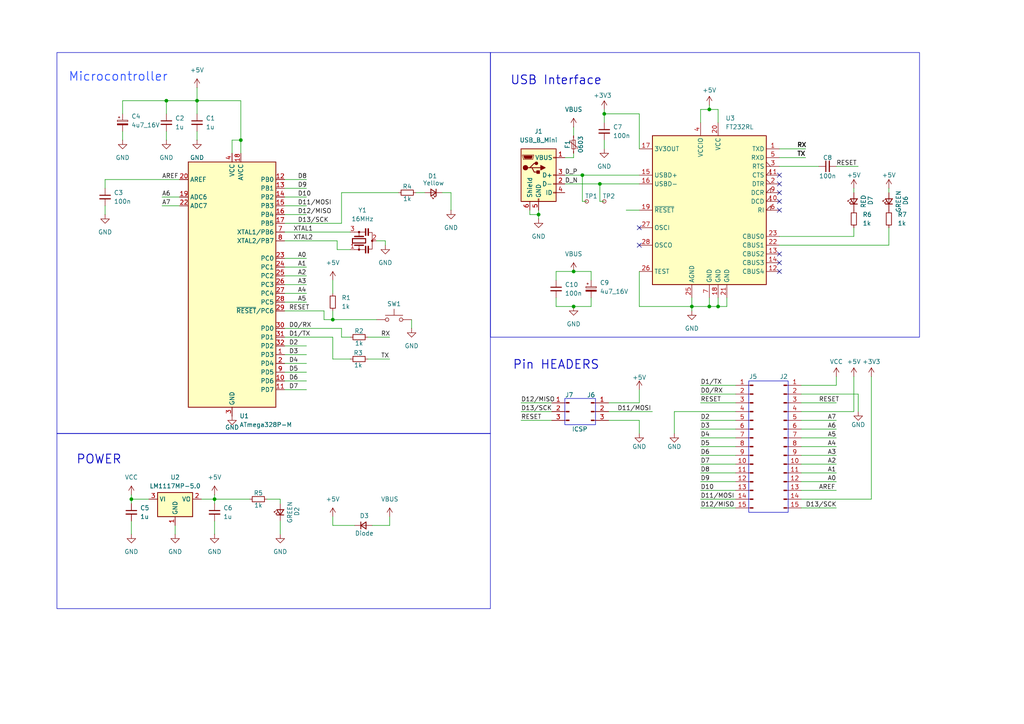
<source format=kicad_sch>
(kicad_sch (version 20250114) (generator "eeschema") (generator_version "9.0")
  (paper "A4")
  (title_block (title "Arduino Nano") (date "05/03/2025") (rev "A2") (company "SAID ARNOUZ"))
  (lib_symbols
    (symbol "Connector:Conn_01x03_Pin" (pin_names (offset 1.016) (hide yes))
      (property "Reference" "J" (at 0 5.08 0))
      (property "Value" "Conn_01x03_Pin" (at 0 -5.08 0))
      (symbol "Conn_01x03_Pin_1_1"
        (pin passive line (at 5.08 2.54 180) (length 3.81) (name "Pin_1") (number "1"))
        (pin passive line (at 5.08 0 180) (length 3.81) (name "Pin_2") (number "2"))
        (pin passive line (at 5.08 -2.54 180) (length 3.81) (name "Pin_3") (number "3"))
      )
    )
    (symbol "Connector:Conn_01x15_Pin" (pin_names (offset 1.016) (hide yes))
      (property "Reference" "J" (at 0 20.32 0))
      (property "Value" "Conn_01x15_Pin" (at 0 -20.32 0))
      (symbol "Conn_01x15_Pin_1_1"
        (pin passive line (at 5.08 17.78 180) (length 3.81) (name "Pin_1") (number "1"))
        (pin passive line (at 5.08 15.24 180) (length 3.81) (name "Pin_2") (number "2"))
        (pin passive line (at 5.08 12.7 180) (length 3.81) (name "Pin_3") (number "3"))
        (pin passive line (at 5.08 10.16 180) (length 3.81) (name "Pin_4") (number "4"))
        (pin passive line (at 5.08 7.62 180) (length 3.81) (name "Pin_5") (number "5"))
        (pin passive line (at 5.08 5.08 180) (length 3.81) (name "Pin_6") (number "6"))
        (pin passive line (at 5.08 2.54 180) (length 3.81) (name "Pin_7") (number "7"))
        (pin passive line (at 5.08 0 180) (length 3.81) (name "Pin_8") (number "8"))
        (pin passive line (at 5.08 -2.54 180) (length 3.81) (name "Pin_9") (number "9"))
        (pin passive line (at 5.08 -5.08 180) (length 3.81) (name "Pin_10") (number "10"))
        (pin passive line (at 5.08 -7.62 180) (length 3.81) (name "Pin_11") (number "11"))
        (pin passive line (at 5.08 -10.16 180) (length 3.81) (name "Pin_12") (number "12"))
        (pin passive line (at 5.08 -12.7 180) (length 3.81) (name "Pin_13") (number "13"))
        (pin passive line (at 5.08 -15.24 180) (length 3.81) (name "Pin_14") (number "14"))
        (pin passive line (at 5.08 -17.78 180) (length 3.81) (name "Pin_15") (number "15"))
      )
    )
    (symbol "Connector:TestPoint_Small" (pin_numbers (hide yes)) (pin_names (offset 0.762) (hide yes))
      (property "Reference" "TP" (at 0 3.81 0))
      (property "Value" "TestPoint_Small" (at 0 2.032 0))
      (symbol "TestPoint_Small_1_1"
        (pin passive line (at 0 0 90) (length 0) (name "1") (number "1"))
      )
    )
    (symbol "Connector:USB_B_Mini" (pin_names (offset 1.016))
      (property "Reference" "J" (at -5.08 11.43 0))
      (property "Value" "USB_B_Mini" (at -5.08 8.89 0))
      (symbol "USB_B_Mini_1_1"
        (pin passive line (at -2.54 -10.16 90) (length 2.54) (name "Shield") (number "6"))
        (pin power_out line (at 0 -10.16 90) (length 2.54) (name "GND") (number "5"))
        (pin power_out line (at 7.62 5.08 180) (length 2.54) (name "VBUS") (number "1"))
        (pin bidirectional line (at 7.62 0 180) (length 2.54) (name "D+") (number "3"))
        (pin bidirectional line (at 7.62 -2.54 180) (length 2.54) (name "D-") (number "2"))
        (pin passive line (at 7.62 -5.08 180) (length 2.54) (name "ID") (number "4"))
      )
    )
    (symbol "Device:C_Polarized_Small" (pin_numbers (hide yes)) (pin_names (offset 0.254) (hide yes))
      (property "Reference" "C" (at 0.254 1.778 0))
      (property "Value" "C_Polarized_Small" (at 0.254 -2.032 0))
      (symbol "C_Polarized_Small_1_1"
        (pin passive line (at 0 2.54 270) (length 1.8542) (name "~") (number "1"))
        (pin passive line (at 0 -2.54 90) (length 1.8542) (name "~") (number "2"))
      )
    )
    (symbol "Device:C_Small" (pin_numbers (hide yes)) (pin_names (offset 0.254) (hide yes))
      (property "Reference" "C" (at 0.254 1.778 0))
      (property "Value" "C_Small" (at 0.254 -2.032 0))
      (symbol "C_Small_1_1"
        (pin passive line (at 0 2.54 270) (length 2.032) (name "~") (number "1"))
        (pin passive line (at 0 -2.54 90) (length 2.032) (name "~") (number "2"))
      )
    )
    (symbol "Device:D_Small" (pin_numbers (hide yes)) (pin_names (offset 0.254) (hide yes))
      (property "Reference" "D" (at -1.27 2.032 0))
      (property "Value" "D_Small" (at -3.81 -2.032 0))
      (symbol "D_Small_1_1"
        (pin passive line (at -2.54 0 0) (length 1.778) (name "K") (number "1"))
        (pin passive line (at 2.54 0 180) (length 1.778) (name "A") (number "2"))
      )
    )
    (symbol "Device:LED_Small" (pin_numbers (hide yes)) (pin_names (offset 0.254) (hide yes))
      (property "Reference" "D" (at -1.27 3.175 0))
      (property "Value" "LED_Small" (at -4.445 -2.54 0))
      (symbol "LED_Small_1_1"
        (pin passive line (at -2.54 0 0) (length 1.778) (name "K") (number "1"))
        (pin passive line (at 2.54 0 180) (length 1.778) (name "A") (number "2"))
      )
    )
    (symbol "Device:Polyfuse_Small" (pin_numbers (hide yes)) (pin_names (offset 0))
      (property "Reference" "F" (at -1.905 0 90))
      (property "Value" "Polyfuse_Small" (at 1.905 0 90))
      (symbol "Polyfuse_Small_1_1"
        (pin passive line (at 0 2.54 270) (length 0.635) (name "~") (number "1"))
        (pin passive line (at 0 -2.54 90) (length 0.635) (name "~") (number "2"))
      )
    )
    (symbol "Device:R_Small" (pin_numbers (hide yes)) (pin_names (offset 0.254) (hide yes))
      (property "Reference" "R" (at 0.762 0.508 0))
      (property "Value" "R_Small" (at 0.762 -1.016 0))
      (symbol "R_Small_1_1"
        (pin passive line (at 0 2.54 270) (length 0.762) (name "~") (number "1"))
        (pin passive line (at 0 -2.54 90) (length 0.762) (name "~") (number "2"))
      )
    )
    (symbol "Device:Resonator_Small" (pin_names (offset 1.016) (hide yes))
      (property "Reference" "Y" (at 3.175 1.905 0))
      (property "Value" "Resonator_Small" (at 3.175 0 0))
      (symbol "Resonator_Small_1_1"
        (pin passive line (at -2.54 2.54 270) (length 1.27) (name "1") (number "1"))
        (pin passive line (at 0 -5.08 90) (length 1.27) (name "2") (number "2"))
        (pin passive line (at 2.54 2.54 270) (length 1.27) (name "3") (number "3"))
      )
    )
    (symbol "Interface_USB:FT232RL"
      (property "Reference" "U" (at -16.51 22.86 0))
      (property "Value" "FT232RL" (at 10.16 22.86 0))
      (symbol "FT232RL_1_1"
        (pin power_out line (at -20.32 17.78 0) (length 3.81) (name "3V3OUT") (number "17"))
        (pin bidirectional line (at -20.32 10.16 0) (length 3.81) (name "USBD+") (number "15"))
        (pin bidirectional line (at -20.32 7.62 0) (length 3.81) (name "USBD-") (number "16"))
        (pin input line (at -20.32 0 0) (length 3.81) (name "~{RESET}") (number "19"))
        (pin input line (at -20.32 -5.08 0) (length 3.81) (name "OSCI") (number "27"))
        (pin output line (at -20.32 -10.16 0) (length 3.81) (name "OSCO") (number "28"))
        (pin input line (at -20.32 -17.78 0) (length 3.81) (name "TEST") (number "26"))
        (pin power_in line (at -5.08 -25.4 90) (length 3.81) (name "AGND") (number "25"))
        (pin power_in line (at -2.54 25.4 270) (length 3.81) (name "VCCIO") (number "4"))
        (pin power_in line (at 0 -25.4 90) (length 3.81) (name "GND") (number "7"))
        (pin power_in line (at 2.54 25.4 270) (length 3.81) (name "VCC") (number "20"))
        (pin power_in line (at 2.54 -25.4 90) (length 3.81) (name "GND") (number "18"))
        (pin power_in line (at 5.08 -25.4 90) (length 3.81) (name "GND") (number "21"))
        (pin output line (at 20.32 17.78 180) (length 3.81) (name "TXD") (number "1"))
        (pin input line (at 20.32 15.24 180) (length 3.81) (name "RXD") (number "5"))
        (pin output output_low (at 20.32 12.7 180) (length 3.81) (name "RTS") (number "3"))
        (pin input input_low (at 20.32 10.16 180) (length 3.81) (name "CTS") (number "11"))
        (pin output output_low (at 20.32 7.62 180) (length 3.81) (name "DTR") (number "2"))
        (pin input input_low (at 20.32 5.08 180) (length 3.81) (name "DCR") (number "9"))
        (pin input input_low (at 20.32 2.54 180) (length 3.81) (name "DCD") (number "10"))
        (pin input input_low (at 20.32 0 180) (length 3.81) (name "RI") (number "6"))
        (pin bidirectional line (at 20.32 -7.62 180) (length 3.81) (name "CBUS0") (number "23"))
        (pin bidirectional line (at 20.32 -10.16 180) (length 3.81) (name "CBUS1") (number "22"))
        (pin bidirectional line (at 20.32 -12.7 180) (length 3.81) (name "CBUS2") (number "13"))
        (pin bidirectional line (at 20.32 -15.24 180) (length 3.81) (name "CBUS3") (number "14"))
        (pin bidirectional line (at 20.32 -17.78 180) (length 3.81) (name "CBUS4") (number "12"))
      )
    )
    (symbol "MCU_Microchip_ATmega:ATmega328P-M"
      (property "Reference" "U" (at -12.7 36.83 0))
      (property "Value" "ATmega328P-M" (at 2.54 -36.83 0))
      (symbol "ATmega328P-M_1_1"
        (pin passive line (at -15.24 30.48 0) (length 2.54) (name "AREF") (number "20"))
        (pin input line (at -15.24 25.4 0) (length 2.54) (name "ADC6") (number "19"))
        (pin input line (at -15.24 22.86 0) (length 2.54) (name "ADC7") (number "22"))
        (pin power_in line (at 0 38.1 270) (length 2.54) (name "VCC") (number "4"))
        (pin passive line (at 0 38.1 270) (length 2.54) (hide yes) (name "VCC") (number "6"))
        (pin passive line (at 0 -38.1 90) (length 2.54) (hide yes) (name "GND") (number "21"))
        (pin power_in line (at 0 -38.1 90) (length 2.54) (name "GND") (number "3"))
        (pin passive line (at 0 -38.1 90) (length 2.54) (hide yes) (name "GND") (number "33"))
        (pin passive line (at 0 -38.1 90) (length 2.54) (hide yes) (name "GND") (number "5"))
        (pin power_in line (at 2.54 38.1 270) (length 2.54) (name "AVCC") (number "18"))
        (pin bidirectional line (at 15.24 30.48 180) (length 2.54) (name "PB0") (number "12"))
        (pin bidirectional line (at 15.24 27.94 180) (length 2.54) (name "PB1") (number "13"))
        (pin bidirectional line (at 15.24 25.4 180) (length 2.54) (name "PB2") (number "14"))
        (pin bidirectional line (at 15.24 22.86 180) (length 2.54) (name "PB3") (number "15"))
        (pin bidirectional line (at 15.24 20.32 180) (length 2.54) (name "PB4") (number "16"))
        (pin bidirectional line (at 15.24 17.78 180) (length 2.54) (name "PB5") (number "17"))
        (pin bidirectional line (at 15.24 15.24 180) (length 2.54) (name "XTAL1/PB6") (number "7"))
        (pin bidirectional line (at 15.24 12.7 180) (length 2.54) (name "XTAL2/PB7") (number "8"))
        (pin bidirectional line (at 15.24 7.62 180) (length 2.54) (name "PC0") (number "23"))
        (pin bidirectional line (at 15.24 5.08 180) (length 2.54) (name "PC1") (number "24"))
        (pin bidirectional line (at 15.24 2.54 180) (length 2.54) (name "PC2") (number "25"))
        (pin bidirectional line (at 15.24 0 180) (length 2.54) (name "PC3") (number "26"))
        (pin bidirectional line (at 15.24 -2.54 180) (length 2.54) (name "PC4") (number "27"))
        (pin bidirectional line (at 15.24 -5.08 180) (length 2.54) (name "PC5") (number "28"))
        (pin bidirectional line (at 15.24 -7.62 180) (length 2.54) (name "~{RESET}/PC6") (number "29"))
        (pin bidirectional line (at 15.24 -12.7 180) (length 2.54) (name "PD0") (number "30"))
        (pin bidirectional line (at 15.24 -15.24 180) (length 2.54) (name "PD1") (number "31"))
        (pin bidirectional line (at 15.24 -17.78 180) (length 2.54) (name "PD2") (number "32"))
        (pin bidirectional line (at 15.24 -20.32 180) (length 2.54) (name "PD3") (number "1"))
        (pin bidirectional line (at 15.24 -22.86 180) (length 2.54) (name "PD4") (number "2"))
        (pin bidirectional line (at 15.24 -25.4 180) (length 2.54) (name "PD5") (number "9"))
        (pin bidirectional line (at 15.24 -27.94 180) (length 2.54) (name "PD6") (number "10"))
        (pin bidirectional line (at 15.24 -30.48 180) (length 2.54) (name "PD7") (number "11"))
      )
    )
    (symbol "Regulator_Linear:LM1117MP-5.0"
      (property "Reference" "U" (at -3.81 3.175 0))
      (property "Value" "LM1117MP-5.0" (at 0 3.175 0))
      (symbol "LM1117MP-5.0_1_1"
        (pin power_in line (at -7.62 0 0) (length 2.54) (name "VI") (number "3"))
        (pin power_in line (at 0 -7.62 90) (length 2.54) (name "GND") (number "1"))
        (pin power_out line (at 7.62 0 180) (length 2.54) (name "VO") (number "2"))
      )
    )
    (symbol "Switch:SW_Push" (pin_numbers (hide yes)) (pin_names (offset 1.016) (hide yes))
      (property "Reference" "SW" (at 1.27 2.54 0))
      (property "Value" "SW_Push" (at 0 -1.524 0))
      (symbol "SW_Push_0_1"
        (pin passive line (at -5.08 0 0) (length 2.54) (name "1") (number "1"))
        (pin passive line (at 5.08 0 180) (length 2.54) (name "2") (number "2"))
      )
    )
    (symbol "power:+3V3" (power) (pin_numbers (hide yes)) (pin_names (offset 0) (hide yes))
      (property "Value" "+3V3" (at 0 3.556 0))
      (symbol "+3V3_1_1"
        (pin power_in line (at 0 0 90) (length 0) (name "~") (number "1"))
      )
    )
    (symbol "power:+5V" (power) (pin_numbers (hide yes)) (pin_names (offset 0) (hide yes))
      (property "Value" "+5V" (at 0 3.556 0))
      (symbol "+5V_1_1"
        (pin power_in line (at 0 0 90) (length 0) (name "~") (number "1"))
      )
    )
    (symbol "power:GND" (power) (pin_numbers (hide yes)) (pin_names (offset 0) (hide yes))
      (property "Value" "GND" (at 0 -3.81 0))
      (symbol "GND_1_1"
        (pin power_in line (at 0 0 270) (length 0) (name "~") (number "1"))
      )
    )
    (symbol "power:VBUS" (power) (pin_numbers (hide yes)) (pin_names (offset 0) (hide yes))
      (property "Value" "VBUS" (at 0 3.556 0))
      (symbol "VBUS_1_1"
        (pin power_in line (at 0 0 90) (length 0) (name "~") (number "1"))
      )
    )
    (symbol "power:VCC" (power) (pin_numbers (hide yes)) (pin_names (offset 0) (hide yes))
      (property "Value" "VCC" (at 0 3.556 0))
      (symbol "VCC_1_1"
        (pin power_in line (at 0 0 90) (length 0) (name "~") (number "1"))
      )
    )
  )
  (rectangle (start 16.51 15.24) (end 142.24 125.73))
  (rectangle (start 16.51 125.73) (end 142.24 176.53))
  (text "Microcontroller" (at 34.29 22.352 0) (effects (font (size 2.54 2.54) (thickness 0.254) (bold yes))))
  (text "USB Interface" (at 161.29 23.368 0) (effects (font (size 2.54 2.54) (thickness 0.254) (bold yes))))
  (text "Pin HEADERS\n\n" (at 161.29 107.95 0) (effects (font (size 2.54 2.54) (thickness 0.254) (bold yes))))
  (text "POWER\n" (at 28.702 133.35 0) (effects (font (size 2.54 2.54) (thickness 0.254) (bold yes))))
  (text_box "" (at 217.17 110.49 0) (size 11.43 38.1) (margins 0.9525 0.9525 0.9525 0.9525) (effects (font (size 1.27 1.27) (thickness 0.254) (bold yes)) (justify left top)))
  (text_box "" (at 163.83 115.57 0) (size 8.89 7.62) (margins 0.9525 0.9525 0.9525 0.9525) (effects (font (size 1.27 1.27) (thickness 0.254) (bold yes)) (justify left top)))
  (text_box "" (at 142.24 15.24 0) (size 124.46 82.55) (margins 0.9525 0.9525 0.9525 0.9525) (effects (font (size 1.27 1.27) (thickness 0.254) (bold yes)) (justify left top)))
  (junction (at 200.66 88.9))
  (junction (at 208.28 88.9))
  (junction (at 38.1 144.78))
  (junction (at 205.74 88.9))
  (junction (at 175.26 33.02))
  (junction (at 168.91 50.8))
  (junction (at 156.21 62.23))
  (junction (at 166.37 78.74))
  (junction (at 173.99 53.34))
  (junction (at 48.26 29.21))
  (junction (at 205.74 31.75))
  (junction (at 62.23 144.78))
  (junction (at 96.52 92.71))
  (junction (at 69.85 40.64))
  (junction (at 166.37 88.9))
  (junction (at 57.15 29.21))
  (no_connect (at 226.06 60.96))
  (no_connect (at 226.06 73.66))
  (no_connect (at 226.06 76.2))
  (no_connect (at 185.42 71.12))
  (no_connect (at 226.06 58.42))
  (no_connect (at 226.06 53.34))
  (no_connect (at 185.42 66.04))
  (no_connect (at 226.06 55.88))
  (no_connect (at 226.06 78.74))
  (no_connect (at 226.06 50.8))
  (wire (pts (xy 203.2 134.62) (xy 213.36 134.62)))
  (wire (pts (xy 185.42 88.9) (xy 200.66 88.9)))
  (wire (pts (xy 195.58 119.38) (xy 213.36 119.38)))
  (wire (pts (xy 257.81 54.61) (xy 257.81 55.88)))
  (wire (pts (xy 257.81 71.12) (xy 257.81 66.04)))
  (wire (pts (xy 185.42 78.74) (xy 185.42 88.9)))
  (wire (pts (xy 203.2 137.16) (xy 213.36 137.16)))
  (wire (pts (xy 203.2 124.46) (xy 213.36 124.46)))
  (wire (pts (xy 226.06 71.12) (xy 257.81 71.12)))
  (wire (pts (xy 203.2 147.32) (xy 213.36 147.32)))
  (wire (pts (xy 226.06 43.18) (xy 233.68 43.18)))
  (wire (pts (xy 203.2 132.08) (xy 213.36 132.08)))
  (wire (pts (xy 48.26 29.21) (xy 48.26 33.02)))
  (wire (pts (xy 82.55 87.63) (xy 88.9 87.63)))
  (wire (pts (xy 200.66 88.9) (xy 205.74 88.9)))
  (wire (pts (xy 96.52 104.14) (xy 101.6 104.14)))
  (wire (pts (xy 111.76 71.12) (xy 111.76 69.85)))
  (wire (pts (xy 232.41 127) (xy 242.57 127)))
  (wire (pts (xy 208.28 86.36) (xy 208.28 88.9)))
  (wire (pts (xy 130.81 55.88) (xy 128.27 55.88)))
  (wire (pts (xy 96.52 92.71) (xy 109.22 92.71)))
  (wire (pts (xy 93.98 90.17) (xy 93.98 92.71)))
  (wire (pts (xy 82.55 85.09) (xy 88.9 85.09)))
  (wire (pts (xy 163.83 53.34) (xy 173.99 53.34)))
  (wire (pts (xy 203.2 127) (xy 213.36 127)))
  (wire (pts (xy 210.82 88.9) (xy 208.28 88.9)))
  (wire (pts (xy 96.52 152.4) (xy 96.52 149.86)))
  (wire (pts (xy 232.41 119.38) (xy 247.65 119.38)))
  (wire (pts (xy 175.26 58.42) (xy 173.99 58.42)))
  (wire (pts (xy 247.65 54.61) (xy 247.65 55.88)))
  (wire (pts (xy 96.52 81.28) (xy 96.52 85.09)))
  (wire (pts (xy 203.2 129.54) (xy 213.36 129.54)))
  (wire (pts (xy 99.06 55.88) (xy 115.57 55.88)))
  (wire (pts (xy 82.55 107.95) (xy 88.9 107.95)))
  (wire (pts (xy 82.55 100.33) (xy 88.9 100.33)))
  (wire (pts (xy 168.91 58.42) (xy 168.91 50.8)))
  (wire (pts (xy 252.73 109.22) (xy 252.73 144.78)))
  (wire (pts (xy 69.85 29.21) (xy 69.85 40.64)))
  (wire (pts (xy 173.99 58.42) (xy 173.99 53.34)))
  (wire (pts (xy 171.45 78.74) (xy 171.45 81.28)))
  (wire (pts (xy 96.52 90.17) (xy 96.52 92.71)))
  (wire (pts (xy 181.61 60.96) (xy 185.42 60.96)))
  (wire (pts (xy 130.81 55.88) (xy 130.81 60.96)))
  (wire (pts (xy 153.67 60.96) (xy 153.67 62.23)))
  (wire (pts (xy 46.99 59.69) (xy 52.07 59.69)))
  (wire (pts (xy 175.26 31.75) (xy 175.26 33.02)))
  (wire (pts (xy 200.66 88.9) (xy 200.66 90.17)))
  (wire (pts (xy 171.45 86.36) (xy 171.45 88.9)))
  (wire (pts (xy 232.41 139.7) (xy 242.57 139.7)))
  (wire (pts (xy 107.95 152.4) (xy 113.03 152.4)))
  (wire (pts (xy 82.55 64.77) (xy 99.06 64.77)))
  (wire (pts (xy 82.55 82.55) (xy 88.9 82.55)))
  (wire (pts (xy 210.82 86.36) (xy 210.82 88.9)))
  (wire (pts (xy 205.74 30.48) (xy 205.74 31.75)))
  (wire (pts (xy 82.55 62.23) (xy 88.9 62.23)))
  (wire (pts (xy 242.57 48.26) (xy 248.92 48.26)))
  (wire (pts (xy 232.41 142.24) (xy 242.57 142.24)))
  (wire (pts (xy 99.06 97.79) (xy 101.6 97.79)))
  (wire (pts (xy 97.79 72.39) (xy 101.6 72.39)))
  (wire (pts (xy 195.58 119.38) (xy 195.58 125.73)))
  (wire (pts (xy 82.55 80.01) (xy 88.9 80.01)))
  (wire (pts (xy 205.74 88.9) (xy 208.28 88.9)))
  (wire (pts (xy 106.68 97.79) (xy 113.03 97.79)))
  (wire (pts (xy 185.42 33.02) (xy 185.42 43.18)))
  (wire (pts (xy 99.06 64.77) (xy 99.06 55.88)))
  (wire (pts (xy 203.2 144.78) (xy 213.36 144.78)))
  (wire (pts (xy 93.98 92.71) (xy 96.52 92.71)))
  (wire (pts (xy 48.26 38.1) (xy 48.26 40.64)))
  (wire (pts (xy 166.37 88.9) (xy 161.29 88.9)))
  (wire (pts (xy 67.31 40.64) (xy 67.31 44.45)))
  (wire (pts (xy 48.26 29.21) (xy 57.15 29.21)))
  (wire (pts (xy 81.28 151.13) (xy 81.28 154.94)))
  (wire (pts (xy 30.48 52.07) (xy 52.07 52.07)))
  (wire (pts (xy 232.41 116.84) (xy 242.57 116.84)))
  (wire (pts (xy 185.42 121.92) (xy 185.42 125.73)))
  (wire (pts (xy 35.56 38.1) (xy 35.56 40.64)))
  (wire (pts (xy 35.56 33.02) (xy 35.56 29.21)))
  (wire (pts (xy 119.38 92.71) (xy 119.38 95.25)))
  (wire (pts (xy 232.41 147.32) (xy 242.57 147.32)))
  (wire (pts (xy 200.66 86.36) (xy 200.66 88.9)))
  (wire (pts (xy 106.68 104.14) (xy 113.03 104.14)))
  (wire (pts (xy 69.85 44.45) (xy 69.85 40.64)))
  (wire (pts (xy 57.15 29.21) (xy 57.15 33.02)))
  (wire (pts (xy 30.48 59.69) (xy 30.48 62.23)))
  (wire (pts (xy 161.29 88.9) (xy 161.29 86.36)))
  (wire (pts (xy 82.55 105.41) (xy 88.9 105.41)))
  (wire (pts (xy 62.23 144.78) (xy 72.39 144.78)))
  (wire (pts (xy 57.15 38.1) (xy 57.15 40.64)))
  (wire (pts (xy 151.13 121.92) (xy 160.02 121.92)))
  (wire (pts (xy 203.2 142.24) (xy 213.36 142.24)))
  (wire (pts (xy 161.29 81.28) (xy 161.29 78.74)))
  (wire (pts (xy 62.23 143.51) (xy 62.23 144.78)))
  (wire (pts (xy 232.41 121.92) (xy 242.57 121.92)))
  (wire (pts (xy 232.41 134.62) (xy 242.57 134.62)))
  (wire (pts (xy 203.2 121.92) (xy 213.36 121.92)))
  (wire (pts (xy 226.06 48.26) (xy 237.49 48.26)))
  (wire (pts (xy 171.45 78.74) (xy 166.37 78.74)))
  (wire (pts (xy 69.85 40.64) (xy 67.31 40.64)))
  (wire (pts (xy 62.23 144.78) (xy 62.23 146.05)))
  (wire (pts (xy 82.55 90.17) (xy 93.98 90.17)))
  (wire (pts (xy 82.55 59.69) (xy 88.9 59.69)))
  (wire (pts (xy 203.2 35.56) (xy 203.2 31.75)))
  (wire (pts (xy 109.22 69.85) (xy 111.76 69.85)))
  (wire (pts (xy 203.2 116.84) (xy 213.36 116.84)))
  (wire (pts (xy 232.41 144.78) (xy 252.73 144.78)))
  (wire (pts (xy 82.55 67.31) (xy 101.6 67.31)))
  (wire (pts (xy 175.26 33.02) (xy 175.26 35.56)))
  (wire (pts (xy 205.74 31.75) (xy 208.28 31.75)))
  (wire (pts (xy 232.41 137.16) (xy 242.57 137.16)))
  (wire (pts (xy 163.83 45.72) (xy 166.37 45.72)))
  (wire (pts (xy 205.74 86.36) (xy 205.74 88.9)))
  (wire (pts (xy 82.55 113.03) (xy 88.9 113.03)))
  (wire (pts (xy 43.18 144.78) (xy 38.1 144.78)))
  (wire (pts (xy 163.83 50.8) (xy 168.91 50.8)))
  (wire (pts (xy 82.55 54.61) (xy 88.9 54.61)))
  (wire (pts (xy 232.41 124.46) (xy 242.57 124.46)))
  (wire (pts (xy 203.2 111.76) (xy 213.36 111.76)))
  (wire (pts (xy 176.53 116.84) (xy 185.42 116.84)))
  (wire (pts (xy 38.1 151.13) (xy 38.1 154.94)))
  (wire (pts (xy 232.41 111.76) (xy 242.57 111.76)))
  (wire (pts (xy 203.2 114.3) (xy 213.36 114.3)))
  (wire (pts (xy 203.2 31.75) (xy 205.74 31.75)))
  (wire (pts (xy 35.56 29.21) (xy 48.26 29.21)))
  (wire (pts (xy 77.47 144.78) (xy 81.28 144.78)))
  (wire (pts (xy 166.37 45.72) (xy 166.37 44.45)))
  (wire (pts (xy 46.99 57.15) (xy 52.07 57.15)))
  (wire (pts (xy 168.91 50.8) (xy 185.42 50.8)))
  (wire (pts (xy 166.37 78.74) (xy 161.29 78.74)))
  (wire (pts (xy 50.8 152.4) (xy 50.8 154.94)))
  (wire (pts (xy 81.28 144.78) (xy 81.28 146.05)))
  (wire (pts (xy 99.06 95.25) (xy 99.06 97.79)))
  (wire (pts (xy 232.41 132.08) (xy 242.57 132.08)))
  (wire (pts (xy 102.87 152.4) (xy 96.52 152.4)))
  (wire (pts (xy 247.65 68.58) (xy 226.06 68.58)))
  (wire (pts (xy 82.55 110.49) (xy 88.9 110.49)))
  (wire (pts (xy 57.15 25.4) (xy 57.15 29.21)))
  (wire (pts (xy 156.21 60.96) (xy 156.21 62.23)))
  (wire (pts (xy 82.55 97.79) (xy 96.52 97.79)))
  (wire (pts (xy 151.13 119.38) (xy 160.02 119.38)))
  (wire (pts (xy 82.55 74.93) (xy 88.9 74.93)))
  (wire (pts (xy 171.45 88.9) (xy 166.37 88.9)))
  (wire (pts (xy 247.65 109.22) (xy 247.65 119.38)))
  (wire (pts (xy 175.26 40.64) (xy 175.26 43.18)))
  (wire (pts (xy 176.53 121.92) (xy 185.42 121.92)))
  (wire (pts (xy 242.57 109.22) (xy 242.57 111.76)))
  (wire (pts (xy 175.26 33.02) (xy 185.42 33.02)))
  (wire (pts (xy 248.92 114.3) (xy 248.92 119.38)))
  (wire (pts (xy 58.42 144.78) (xy 62.23 144.78)))
  (wire (pts (xy 203.2 139.7) (xy 213.36 139.7)))
  (wire (pts (xy 82.55 57.15) (xy 88.9 57.15)))
  (wire (pts (xy 176.53 119.38) (xy 189.23 119.38)))
  (wire (pts (xy 96.52 97.79) (xy 96.52 104.14)))
  (wire (pts (xy 57.15 29.21) (xy 69.85 29.21)))
  (wire (pts (xy 120.65 55.88) (xy 123.19 55.88)))
  (wire (pts (xy 156.21 62.23) (xy 156.21 63.5)))
  (wire (pts (xy 185.42 113.03) (xy 185.42 116.84)))
  (wire (pts (xy 170.18 58.42) (xy 168.91 58.42)))
  (wire (pts (xy 113.03 149.86) (xy 113.03 152.4)))
  (wire (pts (xy 30.48 52.07) (xy 30.48 54.61)))
  (wire (pts (xy 82.55 95.25) (xy 99.06 95.25)))
  (wire (pts (xy 173.99 53.34) (xy 185.42 53.34)))
  (wire (pts (xy 208.28 31.75) (xy 208.28 35.56)))
  (wire (pts (xy 38.1 143.51) (xy 38.1 144.78)))
  (wire (pts (xy 82.55 102.87) (xy 88.9 102.87)))
  (wire (pts (xy 151.13 116.84) (xy 160.02 116.84)))
  (wire (pts (xy 82.55 69.85) (xy 97.79 69.85)))
  (wire (pts (xy 82.55 77.47) (xy 88.9 77.47)))
  (wire (pts (xy 82.55 52.07) (xy 88.9 52.07)))
  (wire (pts (xy 38.1 144.78) (xy 38.1 146.05)))
  (wire (pts (xy 226.06 45.72) (xy 233.68 45.72)))
  (wire (pts (xy 62.23 151.13) (xy 62.23 154.94)))
  (wire (pts (xy 247.65 66.04) (xy 247.65 68.58)))
  (wire (pts (xy 97.79 69.85) (xy 97.79 72.39)))
  (wire (pts (xy 153.67 62.23) (xy 156.21 62.23)))
  (wire (pts (xy 248.92 114.3) (xy 232.41 114.3)))
  (wire (pts (xy 232.41 129.54) (xy 242.57 129.54)))
  (wire (pts (xy 166.37 36.83) (xy 166.37 39.37)))
  (label "D4" (at 83.82 105.41 0))
  (label "D0{slash}RX" (at 83.82 95.25 0))
  (label "D2" (at 203.2 121.92 0))
  (label "A0" (at 86.36 74.93 0))
  (label "XTAL1" (at 85.09 67.31 0))
  (label "A4" (at 240.03 129.54 0))
  (label "D7" (at 83.82 113.03 0))
  (label "A5" (at 86.36 87.63 0))
  (label "RESET" (at 237.49 116.84 0))
  (label "A6" (at 46.99 57.15 0))
  (label "A7" (at 46.99 59.69 0))
  (label "D0{slash}RX" (at 203.2 114.3 0))
  (label "A5" (at 240.03 127 0))
  (label "D9" (at 86.36 54.61 0))
  (label "D12{slash}MISO" (at 151.13 116.84 0))
  (label "A7" (at 240.03 121.92 0))
  (label "D13{slash}SCK" (at 233.68 147.32 0))
  (label "D6" (at 203.2 132.08 0))
  (label "D6" (at 83.82 110.49 0))
  (label "D_N" (at 163.83 53.34 0) (effects (font (thickness 0.1588))))
  (label "D11{slash}MOSI" (at 86.36 59.69 0))
  (label "A3" (at 240.03 132.08 0))
  (label "D8" (at 203.2 137.16 0))
  (label "D2" (at 83.82 100.33 0))
  (label "A4" (at 86.36 85.09 0))
  (label "D_P" (at 163.83 50.8 0) (effects (font (thickness 0.1588))))
  (label "D10" (at 86.36 57.15 0))
  (label "D4" (at 203.2 127 0))
  (label "RESET" (at 242.57 48.26 0))
  (label "A2" (at 240.03 134.62 0))
  (label "D12{slash}MISO" (at 86.36 62.23 0))
  (label "A1" (at 86.36 77.47 0))
  (label "D1{slash}TX" (at 203.2 111.76 0))
  (label "RESET" (at 151.13 121.92 0))
  (label "D11{slash}MOSI" (at 203.2 144.78 0))
  (label "A3" (at 86.36 82.55 0))
  (label "D13{slash}SCK" (at 151.13 119.38 0))
  (label "RESET" (at 203.2 116.84 0))
  (label "D3" (at 203.2 124.46 0))
  (label "D11{slash}MOSI" (at 179.07 119.38 0))
  (label "A2" (at 86.36 80.01 0))
  (label "D5" (at 83.82 107.95 0))
  (label "TX" (at 110.49 104.14 0))
  (label "AREF" (at 237.49 142.24 0))
  (label "A6" (at 240.03 124.46 0))
  (label "RESET" (at 83.82 90.17 0))
  (label "XTAL2" (at 85.09 69.85 0))
  (label "RX" (at 110.49 97.79 0))
  (label "D9" (at 203.2 139.7 0))
  (label "A1" (at 240.03 137.16 0))
  (label "A0" (at 240.03 139.7 0))
  (label "AREF" (at 46.99 52.07 0))
  (label "D7" (at 203.2 134.62 0))
  (label "D5" (at 203.2 129.54 0))
  (label "D3" (at 83.82 102.87 0))
  (label "TX" (at 231.14 45.72 0) (effects (font (thickness 0.254) (bold yes))))
  (label "D13{slash}SCK" (at 86.36 64.77 0))
  (label "D12{slash}MISO" (at 203.2 147.32 0))
  (label "D1{slash}TX" (at 83.82 97.79 0))
  (label "D8" (at 86.36 52.07 0))
  (label "D10" (at 203.2 142.24 0))
  (label "RX" (at 231.14 43.18 0) (effects (font (thickness 0.254) (bold yes))))
  (symbol (lib_id "Device:Polyfuse_Small") (at 166.37 41.91 180) (unit 1)
    (property "Reference" "F1" (at 164.592 41.91 90))
    (property "Value" "0603" (at 168.402 41.91 90))
    (property "Footprint" "Diode_SMD:D_0805_2012Metric" (effects (hide yes)))
    (property "Description" "Resettable fuse, polymeric positive temperature coefficient, small symbol" (effects (hide yes)))
  )
  (symbol (lib_id "power:GND") (at 67.31 120.65 0) (unit 1)
    (property "Reference" "#PWR035" (effects (hide yes)))
    (property "Value" "GND" (at 67.31 123.952 0))
    (property "Description" "Power symbol creates a global label with name \"GND\" , ground" (effects (hide yes)))
  )
  (symbol (lib_id "Device:C_Small") (at 161.29 83.82 0) (unit 1)
    (property "Reference" "C10" (at 163.83 82.5562 0) (effects (justify left)))
    (property "Value" "100n" (at 163.83 85.0962 0) (effects (justify left)))
    (property "Footprint" "Capacitor_SMD:C_0603_1608Metric" (effects (hide yes)))
    (property "Description" "Unpolarized capacitor, small symbol" (effects (hide yes)))
  )
  (symbol (lib_id "Device:R_Small") (at 257.81 63.5 0) (unit 1)
    (property "Reference" "R7" (at 260.35 62.2299 0) (effects (justify left)))
    (property "Value" "1k" (at 260.35 64.7699 0) (effects (justify left)))
    (property "Footprint" "Diode_SMD:D_0603_1608Metric" (effects (hide yes)))
    (property "Description" "Resistor, small symbol" (effects (hide yes)))
  )
  (symbol (lib_id "power:GND") (at 175.26 43.18 0) (unit 1)
    (property "Reference" "#PWR023" (effects (hide yes)))
    (property "Value" "GND" (at 175.26 48.26 0))
    (property "Description" "Power symbol creates a global label with name \"GND\" , ground" (effects (hide yes)))
  )
  (symbol (lib_id "power:GND") (at 50.8 154.94 0) (unit 1)
    (property "Reference" "#PWR013" (effects (hide yes)))
    (property "Value" "GND" (at 50.8 160.02 0))
    (property "Description" "Power symbol creates a global label with name \"GND\" , ground" (effects (hide yes)))
  )
  (symbol (lib_id "MCU_Microchip_ATmega:ATmega328P-M") (at 67.31 82.55 0) (unit 1)
    (property "Reference" "U1" (at 69.4533 120.65 0) (effects (justify left)))
    (property "Value" "ATmega328P-M" (at 69.4533 123.19 0) (effects (justify left)))
    (property "Footprint" "Package_DFN_QFN:QFN-32-1EP_5x5mm_P0.5mm_EP3.1x3.1mm" (effects (hide yes)))
    (property "Datasheet" "http://ww1.microchip.com/downloads/en/DeviceDoc/ATmega328_P%20AVR%20MCU%20with%20picoPower%20Technology%20Data%20Sheet%2040001984A.pdf" (effects (hide yes)))
    (property "Description" "20MHz, 32kB Flash, 2kB SRAM, 1kB EEPROM, QFN-32" (effects (hide yes)))
  )
  (symbol (lib_id "Connector:Conn_01x03_Pin") (at 171.45 119.38 0) (unit 1)
    (property "Reference" "J6" (at 171.45 114.554 0))
    (property "Value" "ICSP" (effects (hide yes)))
    (property "Footprint" "Connector_PinHeader_2.54mm:PinHeader_1x03_P2.54mm_Vertical" (effects (hide yes)))
    (property "Description" "Generic connector, single row, 01x03, script generated" (effects (hide yes)))
  )
  (symbol (lib_id "Connector:TestPoint_Small") (at 170.18 58.42 0) (unit 1)
    (property "Reference" "TP1" (at 169.672 56.896 0) (effects (justify left)))
    (property "Value" "TestPoint_Small" (effects (hide yes)))
    (property "Footprint" "TestPoint:TestPoint_Pad_D1.0mm" (effects (hide yes)))
    (property "Description" "test point" (effects (hide yes)))
  )
  (symbol (lib_id "power:GND") (at 57.15 40.64 0) (unit 1)
    (property "Reference" "#PWR03" (effects (hide yes)))
    (property "Value" "GND" (at 57.15 45.72 0))
    (property "Description" "Power symbol creates a global label with name \"GND\" , ground" (effects (hide yes)))
  )
  (symbol (lib_id "power:+5V") (at 96.52 81.28 0) (unit 1)
    (property "Reference" "#PWR07" (effects (hide yes)))
    (property "Value" "+5V" (at 96.52 76.2 0))
    (property "Description" "Power symbol creates a global label with name \"+5V\"" (effects (hide yes)))
  )
  (symbol (lib_id "power:GND") (at 156.21 63.5 0) (unit 1)
    (property "Reference" "#PWR020" (effects (hide yes)))
    (property "Value" "GND" (at 156.21 68.58 0))
    (property "Description" "Power symbol creates a global label with name \"GND\" , ground" (effects (hide yes)))
  )
  (symbol (lib_id "Device:R_Small") (at 118.11 55.88 90) (unit 1)
    (property "Reference" "R4" (at 118.11 54.102 90))
    (property "Value" "1k" (at 118.11 57.658 90))
    (property "Footprint" "Diode_SMD:D_0603_1608Metric" (effects (hide yes)))
    (property "Description" "Resistor, small symbol" (effects (hide yes)))
  )
  (symbol (lib_id "power:GND") (at 35.56 40.64 0) (unit 1)
    (property "Reference" "#PWR01" (effects (hide yes)))
    (property "Value" "GND" (at 35.56 45.72 0))
    (property "Description" "Power symbol creates a global label with name \"GND\" , ground" (effects (hide yes)))
  )
  (symbol (lib_id "power:GND") (at 62.23 154.94 0) (unit 1)
    (property "Reference" "#PWR014" (effects (hide yes)))
    (property "Value" "GND" (at 62.23 160.02 0))
    (property "Description" "Power symbol creates a global label with name \"GND\" , ground" (effects (hide yes)))
  )
  (symbol (lib_id "Device:C_Small") (at 62.23 148.59 0) (unit 1)
    (property "Reference" "C6" (at 64.77 147.3262 0) (effects (justify left)))
    (property "Value" "1u" (at 64.77 149.8662 0) (effects (justify left)))
    (property "Footprint" "Capacitor_SMD:C_0603_1608Metric" (effects (hide yes)))
    (property "Description" "Unpolarized capacitor, small symbol" (effects (hide yes)))
  )
  (symbol (lib_id "Device:C_Small") (at 48.26 35.56 0) (unit 1)
    (property "Reference" "C2" (at 50.8 34.2962 0) (effects (justify left)))
    (property "Value" "1u" (at 50.8 36.8362 0) (effects (justify left)))
    (property "Footprint" "Capacitor_SMD:C_0603_1608Metric" (effects (hide yes)))
    (property "Description" "Unpolarized capacitor, small symbol" (effects (hide yes)))
  )
  (symbol (lib_id "power:VCC") (at 38.1 143.51 0) (unit 1)
    (property "Reference" "#PWR010" (effects (hide yes)))
    (property "Value" "VCC" (at 38.1 138.43 0))
    (property "Description" "Power symbol creates a global label with name \"VCC\"" (effects (hide yes)))
  )
  (symbol (lib_id "Device:D_Small") (at 105.41 152.4 0) (unit 1)
    (property "Reference" "D3" (at 105.664 149.606 0))
    (property "Value" "Diode" (at 105.664 154.686 0))
    (property "Footprint" "Diode_SMD:D_MicroSMP_AK" (effects (hide yes)))
    (property "Description" "Diode, small symbol" (effects (hide yes)))
    (property "Sim.Device" "D" (effects (hide yes)))
    (property "Sim.Pins" "1=K 2=A" (effects (hide yes)))
  )
  (symbol (lib_id "Device:LED_Small") (at 247.65 58.42 90) (unit 1)
    (property "Reference" "D7" (at 252.476 58.166 0))
    (property "Value" "RED" (at 250.444 58.42 0))
    (property "Footprint" "LED_SMD:LED_0805_2012Metric" (effects (hide yes)))
    (property "Description" "Light emitting diode, small symbol" (effects (hide yes)))
    (property "Sim.Pin" "1=K 2=A" (effects (hide yes)))
  )
  (symbol (lib_id "power:GND") (at 185.42 125.73 0) (unit 1)
    (property "Reference" "#PWR029" (effects (hide yes)))
    (property "Value" "GND" (at 185.42 129.54 0))
    (property "Description" "Power symbol creates a global label with name \"GND\" , ground" (effects (hide yes)))
  )
  (symbol (lib_id "Device:C_Small") (at 240.03 48.26 90) (unit 1)
    (property "Reference" "C8" (at 240.03 45.72 90))
    (property "Value" "100n" (at 240.03 51.054 90))
    (property "Footprint" "Capacitor_SMD:C_0603_1608Metric" (effects (hide yes)))
    (property "Description" "Unpolarized capacitor, small symbol" (effects (hide yes)))
  )
  (symbol (lib_id "Connector:Conn_01x15_Pin") (at 218.44 129.54 0) (mirror y) (unit 1)
    (property "Reference" "J5" (at 218.44 109.22 0))
    (property "Value" "Conn_01x15_Pin" (effects (hide yes)))
    (property "Footprint" "Connector_PinHeader_2.54mm:PinHeader_1x15_P2.54mm_Vertical" (effects (hide yes)))
    (property "Description" "Generic connector, single row, 01x15, script generated" (effects (hide yes)))
  )
  (symbol (lib_id "power:VBUS") (at 113.03 149.86 0) (unit 1)
    (property "Reference" "#PWR016" (effects (hide yes)))
    (property "Value" "VBUS" (at 113.03 144.78 0))
    (property "Description" "Power symbol creates a global label with name \"VBUS\"" (effects (hide yes)))
  )
  (symbol (lib_id "power:+5V") (at 185.42 113.03 0) (unit 1)
    (property "Reference" "#PWR028" (effects (hide yes)))
    (property "Value" "+5V" (at 185.42 109.474 0))
    (property "Description" "Power symbol creates a global label with name \"+5V\"" (effects (hide yes)))
  )
  (symbol (lib_id "power:GND") (at 48.26 40.64 0) (unit 1)
    (property "Reference" "#PWR02" (effects (hide yes)))
    (property "Value" "GND" (at 48.26 45.72 0))
    (property "Description" "Power symbol creates a global label with name \"GND\" , ground" (effects (hide yes)))
  )
  (symbol (lib_id "power:+5V") (at 205.74 30.48 0) (unit 1)
    (property "Reference" "#PWR019" (effects (hide yes)))
    (property "Value" "+5V" (at 205.74 26.162 0))
    (property "Description" "Power symbol creates a global label with name \"+5V\"" (effects (hide yes)))
  )
  (symbol (lib_id "Connector:TestPoint_Small") (at 175.26 58.42 0) (unit 1)
    (property "Reference" "TP2" (at 174.752 56.896 0) (effects (justify left)))
    (property "Value" "TestPoint_Small" (effects (hide yes)))
    (property "Footprint" "TestPoint:TestPoint_Pad_D1.0mm" (effects (hide yes)))
    (property "Description" "test point" (effects (hide yes)))
  )
  (symbol (lib_id "Device:C_Small") (at 38.1 148.59 0) (unit 1)
    (property "Reference" "C5" (at 40.64 147.3262 0) (effects (justify left)))
    (property "Value" "1u" (at 40.64 149.8662 0) (effects (justify left)))
    (property "Footprint" "Capacitor_SMD:C_0603_1608Metric" (effects (hide yes)))
    (property "Description" "Unpolarized capacitor, small symbol" (effects (hide yes)))
  )
  (symbol (lib_id "power:GND") (at 30.48 62.23 0) (unit 1)
    (property "Reference" "#PWR05" (effects (hide yes)))
    (property "Value" "GND" (at 30.48 67.31 0))
    (property "Description" "Power symbol creates a global label with name \"GND\" , ground" (effects (hide yes)))
  )
  (symbol (lib_id "power:GND") (at 166.37 88.9 0) (unit 1)
    (property "Reference" "#PWR026" (effects (hide yes)))
    (property "Value" "GND" (at 166.37 93.98 0))
    (property "Description" "Power symbol creates a global label with name \"GND\" , ground" (effects (hide yes)))
  )
  (symbol (lib_id "power:+3V3") (at 175.26 31.75 0) (unit 1)
    (property "Reference" "#PWR025" (effects (hide yes)))
    (property "Value" "+3V3" (at 174.752 27.686 0))
    (property "Description" "Power symbol creates a global label with name \"+3V3\"" (effects (hide yes)))
  )
  (symbol (lib_id "power:GND") (at 81.28 154.94 0) (unit 1)
    (property "Reference" "#PWR015" (effects (hide yes)))
    (property "Value" "GND" (at 81.28 160.02 0))
    (property "Description" "Power symbol creates a global label with name \"GND\" , ground" (effects (hide yes)))
  )
  (symbol (lib_id "Switch:SW_Push") (at 114.3 92.71 0) (unit 1)
    (property "Reference" "SW1" (at 114.3 88.138 0))
    (property "Value" "SW_Push" (effects (hide yes)))
    (property "Footprint" "Button_Switch_SMD:Panasonic_EVQPUK_EVQPUB" (effects (hide yes)))
    (property "Description" "Push button switch, generic, two pins" (effects (hide yes)))
  )
  (symbol (lib_id "Device:R_Small") (at 96.52 87.63 0) (unit 1)
    (property "Reference" "R1" (at 99.06 86.3599 0) (effects (justify left)))
    (property "Value" "1k" (at 99.06 88.8999 0) (effects (justify left)))
    (property "Footprint" "Diode_SMD:D_0603_1608Metric" (effects (hide yes)))
    (property "Description" "Resistor, small symbol" (effects (hide yes)))
  )
  (symbol (lib_id "Device:R_Small") (at 247.65 63.5 0) (unit 1)
    (property "Reference" "R6" (at 250.19 62.2299 0) (effects (justify left)))
    (property "Value" "1k" (at 250.19 64.7699 0) (effects (justify left)))
    (property "Footprint" "Diode_SMD:D_0603_1608Metric" (effects (hide yes)))
    (property "Description" "Resistor, small symbol" (effects (hide yes)))
  )
  (symbol (lib_id "power:GND") (at 200.66 90.17 0) (unit 1)
    (property "Reference" "#PWR022" (effects (hide yes)))
    (property "Value" "GND" (at 200.66 95.25 0))
    (property "Description" "Power symbol creates a global label with name \"GND\" , ground" (effects (hide yes)))
  )
  (symbol (lib_id "power:GND") (at 38.1 154.94 0) (unit 1)
    (property "Reference" "#PWR012" (effects (hide yes)))
    (property "Value" "GND" (at 38.1 160.02 0))
    (property "Description" "Power symbol creates a global label with name \"GND\" , ground" (effects (hide yes)))
  )
  (symbol (lib_id "Regulator_Linear:LM1117MP-5.0") (at 50.8 144.78 0) (unit 1)
    (property "Reference" "U2" (at 50.8 138.43 0))
    (property "Value" "LM1117MP-5.0" (at 50.8 140.97 0))
    (property "Footprint" "Package_TO_SOT_SMD:SOT-223-3_TabPin2" (effects (hide yes)))
    (property "Datasheet" "http://www.ti.com/lit/ds/symlink/lm1117.pdf" (effects (hide yes)))
    (property "Description" "800mA Low-Dropout Linear Regulator, 5.0V fixed output, SOT-223" (effects (hide yes)))
  )
  (symbol (lib_id "power:+5V") (at 247.65 109.22 0) (unit 1)
    (property "Reference" "#PWR033" (effects (hide yes)))
    (property "Value" "+5V" (at 247.65 104.902 0))
    (property "Description" "Power symbol creates a global label with name \"+5V\"" (effects (hide yes)))
  )
  (symbol (lib_id "power:+5V") (at 257.81 54.61 0) (unit 1)
    (property "Reference" "#PWR024" (effects (hide yes)))
    (property "Value" "+5V" (at 257.81 50.8 0))
    (property "Description" "Power symbol creates a global label with name \"+5V\"" (effects (hide yes)))
  )
  (symbol (lib_id "power:VBUS") (at 166.37 36.83 0) (unit 1)
    (property "Reference" "#PWR021" (effects (hide yes)))
    (property "Value" "VBUS" (at 166.37 31.75 0))
    (property "Description" "Power symbol creates a global label with name \"VBUS\"" (effects (hide yes)))
  )
  (symbol (lib_id "Device:LED_Small") (at 81.28 148.59 90) (unit 1)
    (property "Reference" "D2" (at 86.106 148.336 0))
    (property "Value" "GREEN" (at 84.074 148.59 0))
    (property "Footprint" "LED_SMD:LED_0805_2012Metric" (effects (hide yes)))
    (property "Description" "Light emitting diode, small symbol" (effects (hide yes)))
    (property "Sim.Pin" "1=K 2=A" (effects (hide yes)))
  )
  (symbol (lib_id "Connector:USB_B_Mini") (at 156.21 50.8 0) (unit 1)
    (property "Reference" "J1" (at 156.21 38.1 0))
    (property "Value" "USB_B_Mini" (at 156.21 40.64 0))
    (property "Footprint" "Connector_USB:USB_Mini-B_Wuerth_65100516121_Horizontal" (effects (hide yes)))
    (property "Description" "USB Mini Type B connector" (effects (hide yes)))
  )
  (symbol (lib_id "power:+5V") (at 96.52 149.86 0) (unit 1)
    (property "Reference" "#PWR017" (effects (hide yes)))
    (property "Value" "+5V" (at 96.52 144.78 0))
    (property "Description" "Power symbol creates a global label with name \"+5V\"" (effects (hide yes)))
  )
  (symbol (lib_id "power:+5V") (at 57.15 25.4 0) (unit 1)
    (property "Reference" "#PWR04" (effects (hide yes)))
    (property "Value" "+5V" (at 57.15 20.32 0))
    (property "Description" "Power symbol creates a global label with name \"+5V\"" (effects (hide yes)))
  )
  (symbol (lib_id "Device:R_Small") (at 104.14 97.79 90) (unit 1)
    (property "Reference" "R2" (at 104.14 96.012 90))
    (property "Value" "1k" (at 104.14 99.568 90))
    (property "Footprint" "Diode_SMD:D_0603_1608Metric" (effects (hide yes)))
    (property "Description" "Resistor, small symbol" (effects (hide yes)))
  )
  (symbol (lib_id "Device:C_Polarized_Small") (at 35.56 35.56 0) (unit 1)
    (property "Reference" "C4" (at 38.1 33.7438 0) (effects (justify left)))
    (property "Value" "4u7_16V" (at 38.1 36.2838 0) (effects (justify left)))
    (property "Footprint" "Capacitor_Tantalum_SMD:CP_EIA-3216-10_Kemet-I" (effects (hide yes)))
    (property "Description" "Polarized capacitor, small symbol" (effects (hide yes)))
  )
  (symbol (lib_id "power:GND") (at 248.92 119.38 0) (unit 1)
    (property "Reference" "#PWR032" (effects (hide yes)))
    (property "Value" "GND" (at 248.92 123.19 0))
    (property "Description" "Power symbol creates a global label with name \"GND\" , ground" (effects (hide yes)))
  )
  (symbol (lib_id "Device:C_Small") (at 57.15 35.56 0) (unit 1)
    (property "Reference" "C1" (at 59.69 34.2962 0) (effects (justify left)))
    (property "Value" "1u" (at 59.69 36.8362 0) (effects (justify left)))
    (property "Footprint" "Capacitor_SMD:C_0603_1608Metric" (effects (hide yes)))
    (property "Description" "Unpolarized capacitor, small symbol" (effects (hide yes)))
  )
  (symbol (lib_id "Connector:Conn_01x15_Pin") (at 227.33 129.54 0) (unit 1)
    (property "Reference" "J2" (at 227.33 109.22 0))
    (property "Value" "Conn_01x15_Pin" (effects (hide yes)))
    (property "Footprint" "Connector_PinHeader_2.54mm:PinHeader_1x15_P2.54mm_Vertical" (effects (hide yes)))
    (property "Description" "Generic connector, single row, 01x15, script generated" (effects (hide yes)))
  )
  (symbol (lib_id "Connector:Conn_01x03_Pin") (at 165.1 119.38 0) (mirror y) (unit 1)
    (property "Reference" "J7" (at 165.1 114.554 0))
    (property "Value" "ICSP" (at 168.148 124.46 0))
    (property "Footprint" "Connector_PinHeader_2.54mm:PinHeader_1x03_P2.54mm_Vertical" (effects (hide yes)))
    (property "Description" "Generic connector, single row, 01x03, script generated" (effects (hide yes)))
  )
  (symbol (lib_id "power:GND") (at 130.81 60.96 0) (unit 1)
    (property "Reference" "#PWR09" (effects (hide yes)))
    (property "Value" "GND" (at 130.81 66.04 0))
    (property "Description" "Power symbol creates a global label with name \"GND\" , ground" (effects (hide yes)))
  )
  (symbol (lib_id "Device:C_Polarized_Small") (at 171.45 83.82 0) (unit 1)
    (property "Reference" "C9" (at 173.99 82.0038 0) (effects (justify left)))
    (property "Value" "4u7_16V" (at 173.99 84.5438 0) (effects (justify left)))
    (property "Footprint" "Capacitor_Tantalum_SMD:CP_EIA-3216-10_Kemet-I" (effects (hide yes)))
    (property "Description" "Polarized capacitor, small symbol" (effects (hide yes)))
  )
  (symbol (lib_id "power:VBUS") (at 166.37 78.74 0) (unit 1)
    (property "Reference" "#PWR027" (effects (hide yes)))
    (property "Value" "VBUS" (at 166.37 73.66 0))
    (property "Description" "Power symbol creates a global label with name \"VBUS\"" (effects (hide yes)))
  )
  (symbol (lib_id "power:VCC") (at 242.57 109.22 0) (unit 1)
    (property "Reference" "#PWR031" (effects (hide yes)))
    (property "Value" "VCC" (at 242.57 104.902 0))
    (property "Description" "Power symbol creates a global label with name \"VCC\"" (effects (hide yes)))
  )
  (symbol (lib_id "Interface_USB:FT232RL") (at 205.74 60.96 0) (unit 1)
    (property "Reference" "U3" (at 210.4233 34.29 0) (effects (justify left)))
    (property "Value" "FT232RL" (at 210.4233 36.83 0) (effects (justify left)))
    (property "Footprint" "Package_SO:SSOP-28_5.3x10.2mm_P0.65mm" (effects (hide yes)))
    (property "Datasheet" "https://www.ftdichip.com/Support/Documents/DataSheets/ICs/DS_FT232R.pdf" (effects (hide yes)))
    (property "Description" "USB to Serial Interface, SSOP-28" (effects (hide yes)))
  )
  (symbol (lib_id "Device:C_Small") (at 175.26 38.1 0) (unit 1)
    (property "Reference" "C7" (at 177.8 36.8362 0) (effects (justify left)))
    (property "Value" "100n" (at 177.8 39.3762 0) (effects (justify left)))
    (property "Footprint" "Capacitor_SMD:C_0603_1608Metric" (effects (hide yes)))
    (property "Description" "Unpolarized capacitor, small symbol" (effects (hide yes)))
  )
  (symbol (lib_id "power:+5V") (at 247.65 54.61 0) (unit 1)
    (property "Reference" "#PWR018" (effects (hide yes)))
    (property "Value" "+5V" (at 247.65 50.8 0))
    (property "Description" "Power symbol creates a global label with name \"+5V\"" (effects (hide yes)))
  )
  (symbol (lib_id "Device:C_Small") (at 30.48 57.15 0) (unit 1)
    (property "Reference" "C3" (at 33.02 55.8862 0) (effects (justify left)))
    (property "Value" "100n" (at 33.02 58.4262 0) (effects (justify left)))
    (property "Footprint" "Capacitor_SMD:C_0603_1608Metric" (effects (hide yes)))
    (property "Description" "Unpolarized capacitor, small symbol" (effects (hide yes)))
  )
  (symbol (lib_id "Device:R_Small") (at 104.14 104.14 90) (unit 1)
    (property "Reference" "R3" (at 103.886 102.362 90))
    (property "Value" "1k" (at 103.886 105.918 90))
    (property "Footprint" "Diode_SMD:D_0603_1608Metric" (effects (hide yes)))
    (property "Description" "Resistor, small symbol" (effects (hide yes)))
  )
  (symbol (lib_id "power:GND") (at 195.58 125.73 0) (unit 1)
    (property "Reference" "#PWR030" (effects (hide yes)))
    (property "Value" "GND" (at 195.58 129.54 0))
    (property "Description" "Power symbol creates a global label with name \"GND\" , ground" (effects (hide yes)))
  )
  (symbol (lib_id "Device:LED_Small") (at 125.73 55.88 180) (unit 1)
    (property "Reference" "D1" (at 125.476 51.054 0))
    (property "Value" "Yellow" (at 125.73 53.086 0))
    (property "Footprint" "LED_SMD:LED_0805_2012Metric" (effects (hide yes)))
    (property "Description" "Light emitting diode, small symbol" (effects (hide yes)))
    (property "Sim.Pin" "1=K 2=A" (effects (hide yes)))
  )
  (symbol (lib_id "power:+5V") (at 62.23 143.51 0) (unit 1)
    (property "Reference" "#PWR011" (effects (hide yes)))
    (property "Value" "+5V" (at 62.23 138.43 0))
    (property "Description" "Power symbol creates a global label with name \"+5V\"" (effects (hide yes)))
  )
  (symbol (lib_id "power:GND") (at 111.76 71.12 0) (unit 1)
    (property "Reference" "#PWR06" (effects (hide yes)))
    (property "Value" "GND" (at 111.76 76.2 0))
    (property "Description" "Power symbol creates a global label with name \"GND\" , ground" (effects (hide yes)))
  )
  (symbol (lib_id "Device:R_Small") (at 74.93 144.78 90) (unit 1)
    (property "Reference" "R5" (at 74.93 143.002 90))
    (property "Value" "1k" (at 74.93 146.558 90))
    (property "Footprint" "Diode_SMD:D_0603_1608Metric" (effects (hide yes)))
    (property "Description" "Resistor, small symbol" (effects (hide yes)))
  )
  (symbol (lib_id "Device:LED_Small") (at 257.81 58.42 90) (unit 1)
    (property "Reference" "D6" (at 262.636 58.166 0))
    (property "Value" "GREEN" (at 260.604 58.42 0))
    (property "Footprint" "LED_SMD:LED_0805_2012Metric" (effects (hide yes)))
    (property "Description" "Light emitting diode, small symbol" (effects (hide yes)))
    (property "Sim.Pin" "1=K 2=A" (effects (hide yes)))
  )
  (symbol (lib_id "Device:Resonator_Small") (at 104.14 69.85 90) (unit 1)
    (property "Reference" "Y1" (at 105.1433 60.96 90))
    (property "Value" "16MHz" (at 105.1433 63.5 90))
    (property "Footprint" "Crystal:Resonator_SMD_Murata_CSTxExxV-3Pin_3.0x1.1mm" (effects (hide yes)))
    (property "Description" "Three pin ceramic resonator, small symbol" (effects (hide yes)))
  )
  (symbol (lib_id "power:GND") (at 119.38 95.25 0) (unit 1)
    (property "Reference" "#PWR08" (effects (hide yes)))
    (property "Value" "GND" (at 119.38 100.33 0))
    (property "Description" "Power symbol creates a global label with name \"GND\" , ground" (effects (hide yes)))
  )
  (symbol (lib_id "power:+3V3") (at 252.73 109.22 0) (unit 1)
    (property "Reference" "#PWR034" (effects (hide yes)))
    (property "Value" "+3V3" (at 252.73 104.902 0))
    (property "Description" "Power symbol creates a global label with name \"+3V3\"" (effects (hide yes)))
  )
)
</source>
